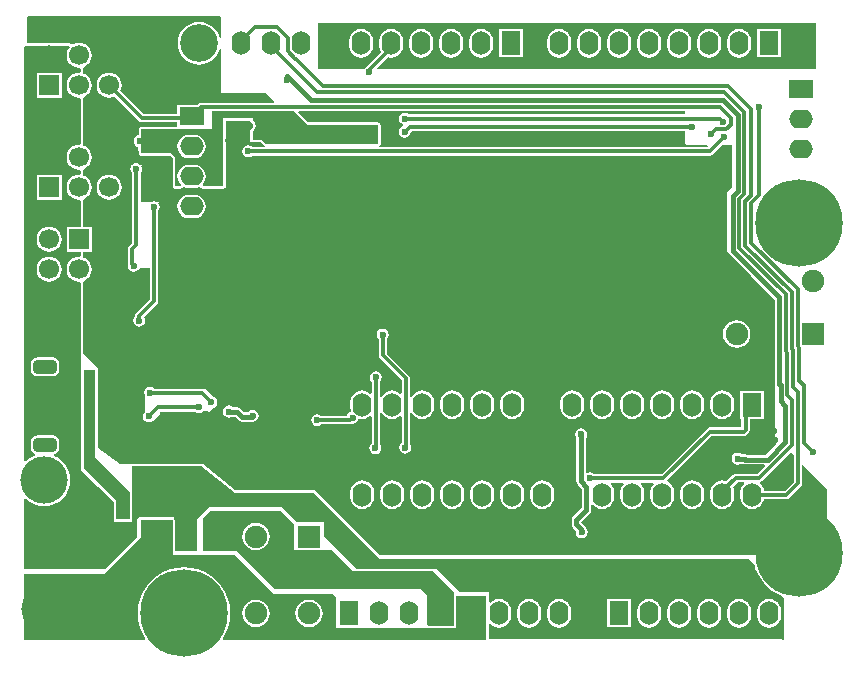
<source format=gbl>
G04*
G04 #@! TF.GenerationSoftware,Altium Limited,Altium Designer,19.0.15 (446)*
G04*
G04 Layer_Physical_Order=2*
G04 Layer_Color=16711680*
%FSLAX44Y44*%
%MOMM*%
G71*
G01*
G75*
%ADD12C,0.4000*%
%ADD17R,1.9000X1.9000*%
%ADD63R,1.9000X1.9000*%
%ADD64C,1.9000*%
%ADD70C,0.3000*%
%ADD71C,3.2000*%
%ADD72R,2.0000X1.6000*%
%ADD73O,2.0000X1.6000*%
G04:AMPARAMS|DCode=74|XSize=2mm|YSize=1.2mm|CornerRadius=0.36mm|HoleSize=0mm|Usage=FLASHONLY|Rotation=0.000|XOffset=0mm|YOffset=0mm|HoleType=Round|Shape=RoundedRectangle|*
%AMROUNDEDRECTD74*
21,1,2.0000,0.4800,0,0,0.0*
21,1,1.2800,1.2000,0,0,0.0*
1,1,0.7200,0.6400,-0.2400*
1,1,0.7200,-0.6400,-0.2400*
1,1,0.7200,-0.6400,0.2400*
1,1,0.7200,0.6400,0.2400*
%
%ADD74ROUNDEDRECTD74*%
%ADD75R,1.6000X2.0000*%
%ADD76O,1.6000X2.0000*%
%ADD77R,1.7000X1.7000*%
%ADD78C,1.7000*%
%ADD79C,7.4000*%
%ADD80C,4.0000*%
%ADD81C,0.6000*%
G36*
X170000Y531000D02*
X171000Y530586D01*
Y513067D01*
X169730Y512879D01*
X169110Y514922D01*
X167439Y518049D01*
X165189Y520789D01*
X162449Y523039D01*
X159322Y524710D01*
X155929Y525740D01*
X152400Y526087D01*
X148871Y525740D01*
X145478Y524710D01*
X142351Y523039D01*
X139611Y520789D01*
X137361Y518049D01*
X135690Y514922D01*
X134661Y511529D01*
X134313Y508000D01*
X134661Y504471D01*
X135690Y501078D01*
X137361Y497951D01*
X139611Y495210D01*
X142351Y492961D01*
X145478Y491290D01*
X148871Y490261D01*
X152400Y489913D01*
X155929Y490261D01*
X159322Y491290D01*
X162449Y492961D01*
X165189Y495210D01*
X167439Y497951D01*
X169110Y501078D01*
X169730Y503121D01*
X171000Y502933D01*
Y466000D01*
X209000D01*
X216048Y458952D01*
X215562Y457779D01*
X154210D01*
X152844Y457507D01*
X151687Y456734D01*
X150953Y456000D01*
X134000D01*
Y448181D01*
X105506D01*
X85715Y467972D01*
X86430Y469699D01*
X86791Y472440D01*
X86430Y475181D01*
X85372Y477735D01*
X83689Y479929D01*
X81495Y481612D01*
X78941Y482670D01*
X76200Y483031D01*
X73459Y482670D01*
X70905Y481612D01*
X68711Y479929D01*
X67028Y477735D01*
X65970Y475181D01*
X65609Y472440D01*
X65970Y469699D01*
X67028Y467145D01*
X68711Y464951D01*
X70905Y463268D01*
X73459Y462210D01*
X76200Y461849D01*
X78941Y462210D01*
X80668Y462925D01*
X101504Y442089D01*
X102662Y441316D01*
X104028Y441044D01*
X134000D01*
Y437194D01*
X103535Y437194D01*
X102755Y437039D01*
X102093Y436597D01*
X101651Y435935D01*
X101496Y435155D01*
Y430240D01*
X100049Y429952D01*
X98395Y428847D01*
X97290Y427193D01*
X96902Y425242D01*
X97290Y423291D01*
X98395Y421637D01*
X100049Y420532D01*
X100652Y420412D01*
X100560Y419949D01*
X100948Y417998D01*
X101496Y417178D01*
Y415000D01*
X101651Y414220D01*
X102093Y413558D01*
X102755Y413116D01*
X103535Y412961D01*
X128155Y412961D01*
X129961Y411155D01*
Y387000D01*
X130116Y386219D01*
X130558Y385558D01*
X131220Y385116D01*
X132000Y384961D01*
X136371D01*
X136503Y384987D01*
X136636Y384978D01*
X136889Y385064D01*
X137152Y385116D01*
X137263Y385190D01*
X137389Y385233D01*
X137591Y385409D01*
X137813Y385558D01*
X137888Y385669D01*
X137988Y385757D01*
X138629Y386226D01*
X139425Y386239D01*
X139585Y386205D01*
X141390Y385457D01*
X144000Y385114D01*
X148000D01*
X150611Y385457D01*
X152415Y386205D01*
X152574Y386239D01*
X153371Y386226D01*
X154012Y385757D01*
X154112Y385669D01*
X154186Y385558D01*
X154409Y385409D01*
X154611Y385233D01*
X154737Y385190D01*
X154848Y385116D01*
X155111Y385064D01*
X155364Y384978D01*
X155498Y384987D01*
X155628Y384961D01*
X173000Y384961D01*
X173780Y385116D01*
X174442Y385558D01*
X174884Y386219D01*
X175039Y387000D01*
X175039Y423487D01*
X175000Y423684D01*
Y423885D01*
X174923Y424070D01*
X174884Y424267D01*
X174772Y424434D01*
X174711Y424582D01*
X174477Y425758D01*
X174711Y426933D01*
X174772Y427081D01*
X174884Y427248D01*
X174923Y427445D01*
X175000Y427631D01*
Y427832D01*
X175039Y428029D01*
X175039Y442573D01*
X195631Y442573D01*
Y442454D01*
X195708Y442268D01*
X195747Y442071D01*
X195859Y441904D01*
X195935Y441719D01*
X196077Y441577D01*
X196189Y441410D01*
X196356Y441298D01*
X196498Y441156D01*
X197551Y440453D01*
X198205Y439473D01*
X198435Y438318D01*
X198205Y437163D01*
X197551Y436184D01*
X196498Y435480D01*
X196356Y435338D01*
X196189Y435227D01*
X196077Y435060D01*
X195935Y434917D01*
X195859Y434732D01*
X195747Y434565D01*
X195708Y434368D01*
X195631Y434182D01*
Y433982D01*
X195592Y433785D01*
Y426175D01*
X195747Y425395D01*
X196189Y424733D01*
X196851Y424291D01*
X197631Y424136D01*
X204980D01*
X207558Y421558D01*
X207894Y421333D01*
X207509Y420063D01*
X197838D01*
X197813Y420099D01*
X196160Y421205D01*
X194209Y421593D01*
X192258Y421205D01*
X190604Y420099D01*
X189499Y418446D01*
X189111Y416495D01*
X189499Y414544D01*
X190604Y412890D01*
X192258Y411785D01*
X194209Y411397D01*
X196160Y411785D01*
X197813Y412890D01*
X197838Y412926D01*
X585285D01*
X586651Y413198D01*
X587808Y413971D01*
X595537Y421700D01*
X603985D01*
Y386185D01*
X599100Y381300D01*
Y331725D01*
X639572Y290021D01*
Y219557D01*
X639572Y219557D01*
X639700Y218912D01*
X639700Y169481D01*
X640525D01*
X641011Y168308D01*
X632265Y159562D01*
X616180D01*
X616091Y159621D01*
X614530Y159932D01*
X614530Y159932D01*
X611836D01*
X610318Y160946D01*
X608367Y161334D01*
X606416Y160946D01*
X604762Y159841D01*
X603657Y158187D01*
X603269Y156236D01*
X603657Y154285D01*
X604762Y152631D01*
X606416Y151526D01*
X608367Y151138D01*
X610318Y151526D01*
X610691Y151775D01*
X613250D01*
X613339Y151715D01*
X614900Y151405D01*
X614900Y151405D01*
X630948D01*
X631434Y150232D01*
X624843Y143640D01*
X606785D01*
X605420Y143369D01*
X604262Y142595D01*
X598765Y137098D01*
X597860Y137473D01*
X595250Y137816D01*
X592640Y137473D01*
X590207Y136465D01*
X588118Y134862D01*
X586515Y132773D01*
X585507Y130340D01*
X585164Y127730D01*
Y123730D01*
X585507Y121119D01*
X586515Y118687D01*
X588118Y116598D01*
X590207Y114995D01*
X592640Y113987D01*
X595250Y113644D01*
X597860Y113987D01*
X600293Y114995D01*
X602382Y116598D01*
X603985Y118687D01*
X604993Y121119D01*
X605336Y123730D01*
Y127730D01*
X604993Y130340D01*
X604146Y132385D01*
X608263Y136503D01*
X613570D01*
X614001Y135233D01*
X613518Y134862D01*
X611915Y132773D01*
X610907Y130340D01*
X610564Y127730D01*
Y123730D01*
X610907Y121119D01*
X611915Y118687D01*
X613518Y116598D01*
X615607Y114995D01*
X618040Y113987D01*
X620650Y113644D01*
X623260Y113987D01*
X625693Y114995D01*
X627782Y116598D01*
X629385Y118687D01*
X630393Y121119D01*
X630530Y122161D01*
X649520D01*
X650885Y122433D01*
X652043Y123207D01*
X661763Y132926D01*
X662536Y134084D01*
X662808Y135450D01*
Y150533D01*
X663981Y151019D01*
X684000Y131000D01*
Y103200D01*
X655500Y74700D01*
X305800Y74700D01*
X250500Y130000D01*
X182888Y130000D01*
X155628Y152000D01*
X154315D01*
X154117Y152039D01*
X95871Y152039D01*
X95674Y152000D01*
X85000D01*
X67000Y165731D01*
Y233000D01*
X54039Y245961D01*
Y305204D01*
X54026Y305271D01*
X54035Y305338D01*
X53949Y305659D01*
X53884Y305985D01*
X54580Y306708D01*
X54820Y306900D01*
X56095Y307428D01*
X58289Y309111D01*
X59972Y311305D01*
X61030Y313859D01*
X61391Y316600D01*
X61030Y319341D01*
X59972Y321895D01*
X58289Y324089D01*
X56095Y325772D01*
X54820Y326300D01*
X54580Y326492D01*
X53884Y327215D01*
X53949Y327541D01*
X54035Y327862D01*
X54026Y327929D01*
X54039Y327996D01*
Y331500D01*
X61300D01*
Y352500D01*
X54039D01*
Y374684D01*
X54026Y374751D01*
X54035Y374818D01*
X53949Y375139D01*
X53884Y375465D01*
X54580Y376188D01*
X54820Y376380D01*
X56095Y376908D01*
X58289Y378591D01*
X59972Y380785D01*
X61030Y383339D01*
X61391Y386080D01*
X61030Y388821D01*
X59972Y391375D01*
X58289Y393569D01*
X56095Y395252D01*
X54820Y395780D01*
X54580Y395972D01*
X53884Y396695D01*
X53949Y397021D01*
X54035Y397342D01*
X54026Y397409D01*
X54039Y397476D01*
Y400084D01*
X54026Y400151D01*
X54035Y400218D01*
X53949Y400539D01*
X53884Y400865D01*
X54580Y401588D01*
X54820Y401780D01*
X56095Y402308D01*
X58289Y403991D01*
X59972Y406185D01*
X61030Y408739D01*
X61391Y411480D01*
X61030Y414221D01*
X59972Y416775D01*
X58289Y418969D01*
X56095Y420652D01*
X54820Y421180D01*
X54580Y421372D01*
X53884Y422095D01*
X53949Y422421D01*
X54035Y422742D01*
X54026Y422809D01*
X54039Y422876D01*
Y461044D01*
X54026Y461111D01*
X54035Y461178D01*
X53949Y461499D01*
X53884Y461825D01*
X54580Y462548D01*
X54820Y462740D01*
X56095Y463268D01*
X58289Y464951D01*
X59972Y467145D01*
X61030Y469699D01*
X61391Y472440D01*
X61030Y475181D01*
X59972Y477735D01*
X58289Y479929D01*
X56095Y481612D01*
X54820Y482140D01*
X54580Y482332D01*
X53884Y483055D01*
X53949Y483381D01*
X54035Y483702D01*
X54026Y483769D01*
X54039Y483836D01*
Y486444D01*
X54026Y486511D01*
X54035Y486578D01*
X53949Y486899D01*
X53884Y487225D01*
X54580Y487948D01*
X54820Y488140D01*
X56095Y488668D01*
X58289Y490351D01*
X59972Y492545D01*
X61030Y495099D01*
X61391Y497840D01*
X61030Y500581D01*
X59972Y503135D01*
X58289Y505329D01*
X56095Y507012D01*
X53541Y508070D01*
X50800Y508431D01*
X48059Y508070D01*
X45505Y507012D01*
X45489Y507000D01*
X43979D01*
X43852Y507165D01*
X43668Y507442D01*
X43611Y507480D01*
X43570Y507533D01*
X43282Y507699D01*
X43006Y507884D01*
X42940Y507897D01*
X42881Y507931D01*
X42552Y507974D01*
X42226Y508039D01*
X28215D01*
X28141Y508070D01*
X25400Y508431D01*
X22659Y508070D01*
X22585Y508039D01*
X7000D01*
Y530000D01*
X7414Y531000D01*
X170000D01*
D02*
G37*
G36*
X674300Y486001D02*
X303670Y486000D01*
X303184Y487173D01*
X312292Y496281D01*
X312349Y496257D01*
X314960Y495914D01*
X317570Y496257D01*
X320003Y497265D01*
X322092Y498868D01*
X323695Y500957D01*
X324703Y503390D01*
X325046Y506000D01*
Y510000D01*
X324703Y512611D01*
X323695Y515043D01*
X322092Y517132D01*
X320003Y518735D01*
X317570Y519743D01*
X314960Y520086D01*
X312349Y519743D01*
X309917Y518735D01*
X307828Y517132D01*
X306225Y515043D01*
X305217Y512611D01*
X304874Y510000D01*
Y506000D01*
X305217Y503390D01*
X306225Y500957D01*
X306507Y500590D01*
X293880Y487964D01*
X292595Y487105D01*
X291857Y486000D01*
X253000Y486000D01*
Y525000D01*
X674300Y525001D01*
Y486001D01*
D02*
G37*
G36*
X42226Y506000D02*
X42852Y504730D01*
X41628Y503135D01*
X40570Y500581D01*
X40209Y497840D01*
X40570Y495099D01*
X41628Y492545D01*
X43311Y490351D01*
X45505Y488668D01*
X48059Y487610D01*
X50800Y487249D01*
X51045Y487282D01*
X52000Y486444D01*
Y483836D01*
X51045Y482998D01*
X50800Y483031D01*
X48059Y482670D01*
X45505Y481612D01*
X43311Y479929D01*
X41628Y477735D01*
X40570Y475181D01*
X40209Y472440D01*
X40570Y469699D01*
X41628Y467145D01*
X43311Y464951D01*
X45505Y463268D01*
X48059Y462210D01*
X50800Y461849D01*
X51045Y461882D01*
X52000Y461044D01*
Y422876D01*
X51045Y422038D01*
X50800Y422071D01*
X48059Y421710D01*
X45505Y420652D01*
X43311Y418969D01*
X41628Y416775D01*
X40570Y414221D01*
X40209Y411480D01*
X40570Y408739D01*
X41628Y406185D01*
X43311Y403991D01*
X45505Y402308D01*
X48059Y401250D01*
X50800Y400889D01*
X51045Y400922D01*
X52000Y400084D01*
Y397476D01*
X51045Y396638D01*
X50800Y396671D01*
X48059Y396310D01*
X45505Y395252D01*
X43311Y393569D01*
X41628Y391375D01*
X40570Y388821D01*
X40209Y386080D01*
X40570Y383339D01*
X41628Y380785D01*
X43311Y378591D01*
X45505Y376908D01*
X48059Y375850D01*
X50800Y375489D01*
X51045Y375522D01*
X52000Y374684D01*
Y352500D01*
X40300D01*
Y331500D01*
X52000D01*
Y327996D01*
X51045Y327158D01*
X50800Y327191D01*
X48059Y326830D01*
X45505Y325772D01*
X43311Y324089D01*
X41628Y321895D01*
X40570Y319341D01*
X40209Y316600D01*
X40570Y313859D01*
X41628Y311305D01*
X43311Y309111D01*
X45505Y307428D01*
X48059Y306370D01*
X50800Y306009D01*
X51045Y306042D01*
X52000Y305204D01*
Y146000D01*
X80000Y119936D01*
Y103000D01*
X96000D01*
Y119936D01*
X95654Y120282D01*
X95871Y120499D01*
Y150000D01*
X154117Y150000D01*
X182929Y127000D01*
X250026Y127000D01*
X305826Y71200D01*
X617450D01*
X622769Y65881D01*
X623000Y64920D01*
X623000Y63000D01*
X624117Y61882D01*
X625543Y58440D01*
X628751Y53205D01*
X632738Y48538D01*
X637406Y44551D01*
X642640Y41343D01*
X646083Y39917D01*
X648000Y38000D01*
Y3399D01*
X646827Y2913D01*
X645739Y4000D01*
X398000D01*
Y15945D01*
X399203Y16353D01*
X399268Y16268D01*
X401357Y14665D01*
X403789Y13657D01*
X406400Y13314D01*
X409011Y13657D01*
X411443Y14665D01*
X413532Y16268D01*
X415135Y18357D01*
X416143Y20789D01*
X416486Y23400D01*
Y27400D01*
X416143Y30010D01*
X415135Y32443D01*
X413532Y34532D01*
X411443Y36135D01*
X409011Y37143D01*
X406400Y37486D01*
X403789Y37143D01*
X401357Y36135D01*
X399268Y34532D01*
X399203Y34447D01*
X398000Y34855D01*
Y43160D01*
X372879D01*
X354000Y62606D01*
X351197D01*
X350780Y62884D01*
X350000Y63039D01*
X285961D01*
X258000Y91000D01*
Y103000D01*
X235000Y103000D01*
X223000Y115000D01*
X161000Y115000D01*
X151000Y105000D01*
Y78000D01*
X132694D01*
X132039Y78655D01*
Y104000D01*
X131884Y104780D01*
X131442Y105442D01*
X131000Y105737D01*
Y107000D01*
X102190D01*
X100000Y104810D01*
X100000Y90194D01*
X72411Y62605D01*
X4414Y62605D01*
Y122172D01*
X5195Y122452D01*
X5684Y122529D01*
X8951Y119848D01*
X12773Y117805D01*
X16920Y116547D01*
X21233Y116122D01*
X25545Y116547D01*
X29693Y117805D01*
X33514Y119848D01*
X36864Y122597D01*
X39614Y125947D01*
X41656Y129769D01*
X42915Y133916D01*
X43339Y138228D01*
X42915Y142541D01*
X41656Y146688D01*
X39614Y150510D01*
X36864Y153860D01*
X33514Y156609D01*
X29693Y158652D01*
X29292Y158774D01*
X29356Y160081D01*
X30580Y160325D01*
X32432Y161563D01*
X33670Y163415D01*
X34105Y165600D01*
Y170400D01*
X33670Y172585D01*
X32432Y174437D01*
X30580Y175675D01*
X28395Y176110D01*
X15595D01*
X13410Y175675D01*
X11558Y174437D01*
X10320Y172585D01*
X9885Y170400D01*
Y165600D01*
X10320Y163415D01*
X11558Y161563D01*
X13410Y160325D01*
X13714Y160265D01*
X13778Y158957D01*
X12773Y158652D01*
X8951Y156609D01*
X5684Y153928D01*
X5195Y154005D01*
X4414Y154285D01*
X4414Y504973D01*
X5442Y506000D01*
X42226Y506000D01*
D02*
G37*
G36*
X564000Y447743D02*
X330210Y447743D01*
X330193Y447769D01*
X328539Y448874D01*
X326588Y449262D01*
X324637Y448874D01*
X322983Y447769D01*
X321878Y446115D01*
X321490Y444164D01*
X321878Y442213D01*
X322983Y440559D01*
X324637Y439454D01*
X325407Y439301D01*
Y438006D01*
X324581Y437842D01*
X322927Y436736D01*
X321822Y435083D01*
X321434Y433132D01*
X321822Y431181D01*
X322927Y429527D01*
X324581Y428422D01*
X326532Y428034D01*
X328483Y428422D01*
X330137Y429527D01*
X331242Y431181D01*
X331630Y433132D01*
X332594Y433831D01*
X564000D01*
Y423063D01*
X565363Y421700D01*
X582706D01*
X583354Y420430D01*
X583087Y420063D01*
X305491D01*
X305106Y421333D01*
X305442Y421558D01*
X305884Y422220D01*
X306039Y423000D01*
Y434000D01*
Y439000D01*
X305884Y439780D01*
X305442Y440442D01*
X304780Y440884D01*
X304000Y441039D01*
X244845D01*
X236415Y449468D01*
X236901Y450642D01*
X296887D01*
X298148Y450892D01*
X564000D01*
Y447743D01*
D02*
G37*
G36*
X244000Y439000D02*
X304000D01*
Y434000D01*
Y423000D01*
X209000D01*
X205825Y426175D01*
X197631D01*
Y433785D01*
X199021Y434713D01*
X200126Y436367D01*
X200514Y438318D01*
X200126Y440269D01*
X199021Y441923D01*
X197631Y442852D01*
Y444613D01*
X173000Y444613D01*
X173000Y428029D01*
X172786Y427709D01*
X172398Y425758D01*
X172786Y423807D01*
X173000Y423487D01*
X173000Y387000D01*
X155628Y387000D01*
X155287Y388270D01*
X156735Y390157D01*
X157743Y392590D01*
X158086Y395200D01*
X157743Y397811D01*
X156735Y400243D01*
X155132Y402332D01*
X153043Y403935D01*
X150611Y404943D01*
X148000Y405286D01*
X144000D01*
X141390Y404943D01*
X138957Y403935D01*
X136868Y402332D01*
X135265Y400243D01*
X134257Y397811D01*
X133914Y395200D01*
X134257Y392590D01*
X135265Y390157D01*
X136713Y388270D01*
X136371Y387000D01*
X132000D01*
Y412000D01*
X129000Y415000D01*
X103535Y415000D01*
Y435155D01*
X163000Y435155D01*
Y450642D01*
X231642D01*
X231642Y450642D01*
X232358D01*
X244000Y439000D01*
D02*
G37*
G36*
X655671Y159329D02*
Y136928D01*
X648042Y129299D01*
X630530D01*
X630393Y130340D01*
X629385Y132773D01*
X627782Y134862D01*
X627123Y135368D01*
X627440Y136726D01*
X627687Y136775D01*
X628844Y137548D01*
X653148Y161852D01*
X655671Y159329D01*
D02*
G37*
G36*
X64000Y158000D02*
X93832Y128168D01*
Y121156D01*
X93770Y121062D01*
X93615Y120282D01*
X93770Y119502D01*
X93961Y119216D01*
Y105490D01*
X92691Y105226D01*
X92643Y105274D01*
X82039D01*
Y119936D01*
X82032Y119972D01*
X82038Y120009D01*
X82000Y120169D01*
Y121000D01*
X54600Y148400D01*
Y230002D01*
X54600Y231000D01*
X55622Y231600D01*
X64000D01*
Y158000D01*
D02*
G37*
G36*
X233000Y101000D02*
Y79000D01*
X233914D01*
Y78794D01*
X256914D01*
Y79000D01*
X265000D01*
X283000Y61000D01*
X350000D01*
X368000Y43000D01*
Y40197D01*
X367961Y40000D01*
Y15039D01*
X345961D01*
X345000Y16000D01*
Y41000D01*
X340145Y45855D01*
X216855D01*
X184710Y78000D01*
X155274D01*
Y105274D01*
X162000Y112000D01*
X222000D01*
X233000Y101000D01*
D02*
G37*
G36*
X130000Y75000D02*
X183000D01*
X216000Y42000D01*
X265000D01*
X268000Y39000D01*
Y13000D01*
X371000D01*
X370000Y14000D01*
Y40000D01*
X395000D01*
Y3000D01*
X173013D01*
X172393Y4108D01*
X174557Y7640D01*
X176906Y13311D01*
X178339Y19280D01*
X178821Y25400D01*
X178339Y31520D01*
X176906Y37489D01*
X174557Y43160D01*
X171349Y48394D01*
X167362Y53062D01*
X162694Y57049D01*
X157460Y60257D01*
X151789Y62606D01*
X145820Y64039D01*
X139700Y64521D01*
X133580Y64039D01*
X127611Y62606D01*
X121940Y60257D01*
X116706Y57049D01*
X112038Y53062D01*
X108051Y48394D01*
X104843Y43160D01*
X102494Y37489D01*
X101061Y31520D01*
X100579Y25400D01*
X101061Y19280D01*
X102494Y13311D01*
X104843Y7640D01*
X107007Y4108D01*
X106387Y3000D01*
X4414D01*
X4000Y4000D01*
Y59000D01*
X71690D01*
X103000Y90310D01*
Y104000D01*
X130000D01*
Y75000D01*
D02*
G37*
%LPC*%
G36*
X76200Y396671D02*
X73459Y396310D01*
X70905Y395252D01*
X68711Y393569D01*
X67028Y391375D01*
X65970Y388821D01*
X65609Y386080D01*
X65970Y383339D01*
X67028Y380785D01*
X68711Y378591D01*
X70905Y376908D01*
X73459Y375850D01*
X76200Y375489D01*
X78941Y375850D01*
X81495Y376908D01*
X83689Y378591D01*
X85372Y380785D01*
X86430Y383339D01*
X86791Y386080D01*
X86430Y388821D01*
X85372Y391375D01*
X83689Y393569D01*
X81495Y395252D01*
X78941Y396310D01*
X76200Y396671D01*
D02*
G37*
G36*
X148000Y379886D02*
X144000D01*
X141390Y379543D01*
X138957Y378535D01*
X136868Y376932D01*
X135265Y374843D01*
X134257Y372411D01*
X133914Y369800D01*
X134257Y367190D01*
X135265Y364757D01*
X136868Y362668D01*
X138957Y361065D01*
X141390Y360057D01*
X144000Y359714D01*
X148000D01*
X150611Y360057D01*
X153043Y361065D01*
X155132Y362668D01*
X156735Y364757D01*
X157743Y367190D01*
X158086Y369800D01*
X157743Y372411D01*
X156735Y374843D01*
X155132Y376932D01*
X153043Y378535D01*
X150611Y379543D01*
X148000Y379886D01*
D02*
G37*
G36*
X99078Y406609D02*
X97127Y406221D01*
X95587Y405192D01*
X95473Y405116D01*
X95141Y404961D01*
X94023Y404961D01*
X94379Y404604D01*
X94830Y404153D01*
X94368Y403462D01*
X93980Y401511D01*
X94368Y399561D01*
X95473Y397907D01*
X95510Y397882D01*
Y338473D01*
X92324Y335287D01*
Y333892D01*
X92303Y333788D01*
Y321382D01*
X91936Y319536D01*
X92324Y317585D01*
X93429Y315931D01*
X95083Y314826D01*
X97034Y314438D01*
X98984Y314826D01*
X100638Y315931D01*
X102292Y317585D01*
X110438D01*
Y291047D01*
X99167Y279775D01*
X98393Y278618D01*
X98121Y277252D01*
Y276807D01*
X97972Y276707D01*
X96867Y275053D01*
X96478Y273102D01*
X96867Y271151D01*
X97972Y269498D01*
X99626Y268392D01*
X101576Y268004D01*
X103527Y268392D01*
X105181Y269498D01*
X106286Y271151D01*
X106674Y273102D01*
X106286Y275053D01*
X105586Y276101D01*
X117304Y287819D01*
Y288203D01*
X117576Y289569D01*
Y365601D01*
X117612Y365625D01*
X118717Y367279D01*
X119105Y369230D01*
X118717Y371181D01*
X117725Y372665D01*
X119000Y373940D01*
X115958D01*
X114007Y374328D01*
X112056Y373940D01*
X103000D01*
Y398381D01*
X103788Y399561D01*
X104176Y401511D01*
X103788Y403462D01*
X103561Y403803D01*
X104093Y404956D01*
X104134Y404961D01*
X102909Y405079D01*
X102683Y405116D01*
X101926Y405622D01*
X101029Y406221D01*
X99078Y406609D01*
D02*
G37*
G36*
X607536Y273433D02*
X604534Y273038D01*
X601736Y271879D01*
X599334Y270036D01*
X597491Y267634D01*
X596332Y264836D01*
X595937Y261834D01*
X596332Y258832D01*
X597491Y256035D01*
X599334Y253632D01*
X601736Y251789D01*
X604534Y250630D01*
X607536Y250235D01*
X610538Y250630D01*
X613335Y251789D01*
X615738Y253632D01*
X617581Y256035D01*
X618740Y258832D01*
X619135Y261834D01*
X618740Y264836D01*
X617581Y267634D01*
X615738Y270036D01*
X613335Y271879D01*
X610538Y273038D01*
X607536Y273433D01*
D02*
G37*
G36*
X307867Y266378D02*
X305916Y265989D01*
X304262Y264884D01*
X303157Y263230D01*
X302769Y261280D01*
X303157Y259329D01*
X304262Y257675D01*
X304298Y257651D01*
Y243666D01*
X304570Y242301D01*
X305344Y241143D01*
X323781Y222705D01*
Y212024D01*
X322511Y211423D01*
X320893Y212665D01*
X318461Y213673D01*
X315850Y214016D01*
X313239Y213673D01*
X310807Y212665D01*
X308718Y211062D01*
X307115Y208973D01*
X306789Y208185D01*
X305519Y208438D01*
Y221357D01*
X305631Y221432D01*
X306736Y223086D01*
X307124Y225037D01*
X306736Y226988D01*
X305631Y228642D01*
X303977Y229747D01*
X302026Y230135D01*
X300075Y229747D01*
X298421Y228642D01*
X297316Y226988D01*
X296928Y225037D01*
X297316Y223086D01*
X298381Y221492D01*
Y212024D01*
X297111Y211423D01*
X295493Y212665D01*
X293060Y213673D01*
X290450Y214016D01*
X287840Y213673D01*
X285407Y212665D01*
X283318Y211062D01*
X281715Y208973D01*
X280707Y206541D01*
X280364Y203930D01*
Y199930D01*
X280707Y197320D01*
X280941Y196756D01*
X280364Y195676D01*
X278710Y194571D01*
X277605Y192917D01*
X277510Y192442D01*
X256047D01*
X256023Y192478D01*
X254369Y193583D01*
X252418Y193971D01*
X250467Y193583D01*
X248813Y192478D01*
X247708Y190824D01*
X247320Y188873D01*
X247708Y186922D01*
X248813Y185268D01*
X250467Y184163D01*
X252418Y183775D01*
X254369Y184163D01*
X256023Y185268D01*
X256047Y185305D01*
X279923D01*
X281288Y185576D01*
X281860Y185958D01*
X282315Y185868D01*
X284265Y186256D01*
X285919Y187361D01*
X287024Y189015D01*
X287188Y189839D01*
X287840Y190187D01*
X290450Y189844D01*
X293060Y190187D01*
X295493Y191195D01*
X297111Y192437D01*
X298381Y191836D01*
Y169051D01*
X298009Y168802D01*
X296904Y167148D01*
X296516Y165197D01*
X296904Y163246D01*
X298009Y161593D01*
X299663Y160487D01*
X301614Y160099D01*
X303565Y160487D01*
X305219Y161593D01*
X306324Y163246D01*
X306712Y165197D01*
X306324Y167148D01*
X305519Y168354D01*
Y195422D01*
X306789Y195675D01*
X307115Y194887D01*
X308718Y192798D01*
X310807Y191195D01*
X313239Y190187D01*
X315850Y189844D01*
X318461Y190187D01*
X320893Y191195D01*
X322511Y192437D01*
X323781Y191836D01*
Y169697D01*
X323241Y169336D01*
X322136Y167682D01*
X321748Y165731D01*
X322136Y163780D01*
X323241Y162126D01*
X324895Y161021D01*
X326846Y160633D01*
X328797Y161021D01*
X330451Y162126D01*
X331556Y163780D01*
X331944Y165731D01*
X331556Y167682D01*
X330919Y168636D01*
Y195422D01*
X332188Y195675D01*
X332515Y194887D01*
X334118Y192798D01*
X336207Y191195D01*
X338639Y190187D01*
X341250Y189844D01*
X343861Y190187D01*
X346293Y191195D01*
X348382Y192798D01*
X349985Y194887D01*
X350993Y197320D01*
X351336Y199930D01*
Y203930D01*
X350993Y206541D01*
X349985Y208973D01*
X348382Y211062D01*
X346293Y212665D01*
X343861Y213673D01*
X341250Y214016D01*
X338639Y213673D01*
X336207Y212665D01*
X334118Y211062D01*
X332515Y208973D01*
X332188Y208185D01*
X330919Y208438D01*
Y224184D01*
X330647Y225549D01*
X329873Y226707D01*
X311436Y245145D01*
Y257651D01*
X311472Y257675D01*
X312577Y259329D01*
X312965Y261280D01*
X312577Y263230D01*
X311472Y264884D01*
X309818Y265989D01*
X307867Y266378D01*
D02*
G37*
G36*
X110979Y217215D02*
X109028Y216827D01*
X107374Y215722D01*
X106269Y214068D01*
X105881Y212117D01*
X106269Y210166D01*
Y195480D01*
X105277Y193995D01*
X104889Y192044D01*
X105277Y190093D01*
X106382Y188439D01*
X108036Y187334D01*
X109987Y186946D01*
X111938Y187334D01*
X113592Y188439D01*
X114697Y190093D01*
X119069Y194466D01*
Y196080D01*
X148999D01*
X150267Y195233D01*
X152218Y194844D01*
X154169Y195233D01*
X155822Y196338D01*
X160085D01*
X161000Y195422D01*
X164744Y199166D01*
X166367Y200250D01*
X167451Y201874D01*
X167472Y201894D01*
Y201904D01*
X167860Y203855D01*
X167472Y205806D01*
X166367Y207460D01*
X164713Y208565D01*
X157864Y215414D01*
X155866D01*
X154500Y215686D01*
X114608D01*
X114584Y215722D01*
X112930Y216827D01*
X110979Y217215D01*
D02*
G37*
G36*
X595250Y214016D02*
X592640Y213673D01*
X590207Y212665D01*
X588118Y211062D01*
X586515Y208973D01*
X585507Y206541D01*
X585164Y203930D01*
Y199930D01*
X585507Y197320D01*
X586515Y194887D01*
X588118Y192798D01*
X590207Y191195D01*
X592640Y190187D01*
X595250Y189844D01*
X597860Y190187D01*
X600293Y191195D01*
X602382Y192798D01*
X603985Y194887D01*
X604993Y197320D01*
X605336Y199930D01*
Y203930D01*
X604993Y206541D01*
X603985Y208973D01*
X602382Y211062D01*
X600293Y212665D01*
X597860Y213673D01*
X595250Y214016D01*
D02*
G37*
G36*
X569850D02*
X567239Y213673D01*
X564807Y212665D01*
X562718Y211062D01*
X561115Y208973D01*
X560107Y206541D01*
X559764Y203930D01*
Y199930D01*
X560107Y197320D01*
X561115Y194887D01*
X562718Y192798D01*
X564807Y191195D01*
X567239Y190187D01*
X569850Y189844D01*
X572461Y190187D01*
X574893Y191195D01*
X576982Y192798D01*
X578585Y194887D01*
X579593Y197320D01*
X579936Y199930D01*
Y203930D01*
X579593Y206541D01*
X578585Y208973D01*
X576982Y211062D01*
X574893Y212665D01*
X572461Y213673D01*
X569850Y214016D01*
D02*
G37*
G36*
X544450D02*
X541839Y213673D01*
X539407Y212665D01*
X537318Y211062D01*
X535715Y208973D01*
X534707Y206541D01*
X534364Y203930D01*
Y199930D01*
X534707Y197320D01*
X535715Y194887D01*
X537318Y192798D01*
X539407Y191195D01*
X541839Y190187D01*
X544450Y189844D01*
X547061Y190187D01*
X549493Y191195D01*
X551582Y192798D01*
X553185Y194887D01*
X554193Y197320D01*
X554536Y199930D01*
Y203930D01*
X554193Y206541D01*
X553185Y208973D01*
X551582Y211062D01*
X549493Y212665D01*
X547061Y213673D01*
X544450Y214016D01*
D02*
G37*
G36*
X519050D02*
X516440Y213673D01*
X514007Y212665D01*
X511918Y211062D01*
X510315Y208973D01*
X509307Y206541D01*
X508964Y203930D01*
Y199930D01*
X509307Y197320D01*
X510315Y194887D01*
X511918Y192798D01*
X514007Y191195D01*
X516440Y190187D01*
X519050Y189844D01*
X521660Y190187D01*
X524093Y191195D01*
X526182Y192798D01*
X527785Y194887D01*
X528793Y197320D01*
X529136Y199930D01*
Y203930D01*
X528793Y206541D01*
X527785Y208973D01*
X526182Y211062D01*
X524093Y212665D01*
X521660Y213673D01*
X519050Y214016D01*
D02*
G37*
G36*
X493650D02*
X491040Y213673D01*
X488607Y212665D01*
X486518Y211062D01*
X484915Y208973D01*
X483907Y206541D01*
X483564Y203930D01*
Y199930D01*
X483907Y197320D01*
X484915Y194887D01*
X486518Y192798D01*
X488607Y191195D01*
X491040Y190187D01*
X493650Y189844D01*
X496260Y190187D01*
X498693Y191195D01*
X500782Y192798D01*
X502385Y194887D01*
X503393Y197320D01*
X503736Y199930D01*
Y203930D01*
X503393Y206541D01*
X502385Y208973D01*
X500782Y211062D01*
X498693Y212665D01*
X496260Y213673D01*
X493650Y214016D01*
D02*
G37*
G36*
X468250D02*
X465639Y213673D01*
X463207Y212665D01*
X461118Y211062D01*
X459515Y208973D01*
X458507Y206541D01*
X458164Y203930D01*
Y199930D01*
X458507Y197320D01*
X459515Y194887D01*
X461118Y192798D01*
X463207Y191195D01*
X465639Y190187D01*
X468250Y189844D01*
X470860Y190187D01*
X473293Y191195D01*
X475382Y192798D01*
X476985Y194887D01*
X477993Y197320D01*
X478336Y199930D01*
Y203930D01*
X477993Y206541D01*
X476985Y208973D01*
X475382Y211062D01*
X473293Y212665D01*
X470860Y213673D01*
X468250Y214016D01*
D02*
G37*
G36*
X417450D02*
X414840Y213673D01*
X412407Y212665D01*
X410318Y211062D01*
X408715Y208973D01*
X407707Y206541D01*
X407364Y203930D01*
Y199930D01*
X407707Y197320D01*
X408715Y194887D01*
X410318Y192798D01*
X412407Y191195D01*
X414840Y190187D01*
X417450Y189844D01*
X420061Y190187D01*
X422493Y191195D01*
X424582Y192798D01*
X426185Y194887D01*
X427193Y197320D01*
X427536Y199930D01*
Y203930D01*
X427193Y206541D01*
X426185Y208973D01*
X424582Y211062D01*
X422493Y212665D01*
X420061Y213673D01*
X417450Y214016D01*
D02*
G37*
G36*
X392050D02*
X389440Y213673D01*
X387007Y212665D01*
X384918Y211062D01*
X383315Y208973D01*
X382307Y206541D01*
X381964Y203930D01*
Y199930D01*
X382307Y197320D01*
X383315Y194887D01*
X384918Y192798D01*
X387007Y191195D01*
X389440Y190187D01*
X392050Y189844D01*
X394660Y190187D01*
X397093Y191195D01*
X399182Y192798D01*
X400785Y194887D01*
X401793Y197320D01*
X402136Y199930D01*
Y203930D01*
X401793Y206541D01*
X400785Y208973D01*
X399182Y211062D01*
X397093Y212665D01*
X394660Y213673D01*
X392050Y214016D01*
D02*
G37*
G36*
X366650D02*
X364039Y213673D01*
X361607Y212665D01*
X359518Y211062D01*
X357915Y208973D01*
X356907Y206541D01*
X356564Y203930D01*
Y199930D01*
X356907Y197320D01*
X357915Y194887D01*
X359518Y192798D01*
X361607Y191195D01*
X364039Y190187D01*
X366650Y189844D01*
X369260Y190187D01*
X371693Y191195D01*
X373782Y192798D01*
X375385Y194887D01*
X376393Y197320D01*
X376736Y199930D01*
Y203930D01*
X376393Y206541D01*
X375385Y208973D01*
X373782Y211062D01*
X371693Y212665D01*
X369260Y213673D01*
X366650Y214016D01*
D02*
G37*
G36*
X177696Y201315D02*
X175745Y200927D01*
X174091Y199822D01*
X172986Y198168D01*
X172598Y196217D01*
X172986Y194266D01*
X174091Y192612D01*
X175745Y191507D01*
X177696Y191119D01*
X179647Y191507D01*
X180019Y191756D01*
X183021D01*
X185823Y188955D01*
X185823Y188955D01*
X187146Y188070D01*
X188706Y187760D01*
X195773D01*
X197669Y187383D01*
X199620Y187771D01*
X201273Y188876D01*
X202379Y190530D01*
X202767Y192481D01*
X202379Y194432D01*
X201273Y196086D01*
X199620Y197191D01*
X197669Y197579D01*
X195718Y197191D01*
X194064Y196086D01*
X193951Y195917D01*
X190396D01*
X187594Y198718D01*
X186271Y199602D01*
X184710Y199913D01*
X184710Y199913D01*
X181165D01*
X179647Y200927D01*
X177696Y201315D01*
D02*
G37*
G36*
X630650Y213930D02*
X610650D01*
Y189930D01*
X611510D01*
Y182689D01*
X584960D01*
X583594Y182417D01*
X582436Y181644D01*
X543961Y143168D01*
X487028D01*
X487004Y143204D01*
X485350Y144310D01*
X483399Y144698D01*
X481448Y144310D01*
X481098Y144076D01*
X479978Y144675D01*
Y173904D01*
X480610Y174849D01*
X480998Y176800D01*
X480610Y178751D01*
X479505Y180405D01*
X477851Y181510D01*
X475900Y181898D01*
X473949Y181510D01*
X472295Y180405D01*
X471190Y178751D01*
X470802Y176800D01*
X471190Y174849D01*
X471822Y173904D01*
Y137051D01*
X471822Y137051D01*
X472132Y135490D01*
X473016Y134167D01*
X476172Y131011D01*
Y114725D01*
X468970Y107523D01*
X468086Y106200D01*
X467775Y104640D01*
X467775Y104640D01*
Y100893D01*
X467775Y100893D01*
X468086Y99332D01*
X468970Y98009D01*
X471595Y95384D01*
X471307Y93939D01*
X471695Y91988D01*
X472800Y90334D01*
X474454Y89229D01*
X476405Y88841D01*
X478356Y89229D01*
X480010Y90334D01*
X481115Y91988D01*
X481503Y93939D01*
X481115Y95890D01*
X480010Y97544D01*
X479927Y97599D01*
X479790Y98285D01*
X478906Y99608D01*
X478906Y99608D01*
X475932Y102582D01*
Y102950D01*
X483134Y110152D01*
X483134Y110152D01*
X484018Y111475D01*
X484328Y113036D01*
Y117365D01*
X485598Y117796D01*
X486518Y116598D01*
X488607Y114995D01*
X491040Y113987D01*
X493650Y113644D01*
X496260Y113987D01*
X498693Y114995D01*
X500782Y116598D01*
X502385Y118687D01*
X503393Y121119D01*
X503736Y123730D01*
Y127730D01*
X503393Y130340D01*
X502385Y132773D01*
X500859Y134761D01*
X501006Y135521D01*
X501179Y136031D01*
X511521D01*
X511694Y135521D01*
X511841Y134761D01*
X510315Y132773D01*
X509307Y130340D01*
X508964Y127730D01*
Y123730D01*
X509307Y121119D01*
X510315Y118687D01*
X511918Y116598D01*
X514007Y114995D01*
X516440Y113987D01*
X519050Y113644D01*
X521660Y113987D01*
X524093Y114995D01*
X526182Y116598D01*
X527785Y118687D01*
X528793Y121119D01*
X529136Y123730D01*
Y127730D01*
X528793Y130340D01*
X527785Y132773D01*
X526259Y134761D01*
X526406Y135521D01*
X526579Y136031D01*
X536921D01*
X537094Y135521D01*
X537240Y134761D01*
X535715Y132773D01*
X534707Y130340D01*
X534364Y127730D01*
Y123730D01*
X534707Y121119D01*
X535715Y118687D01*
X537318Y116598D01*
X539407Y114995D01*
X541839Y113987D01*
X544450Y113644D01*
X547061Y113987D01*
X549493Y114995D01*
X551582Y116598D01*
X553185Y118687D01*
X554193Y121119D01*
X554536Y123730D01*
Y127730D01*
X554193Y130340D01*
X553185Y132773D01*
X551582Y134862D01*
X549493Y136465D01*
X549035Y136655D01*
X548787Y137901D01*
X586438Y175552D01*
X613321D01*
X614687Y175823D01*
X615845Y176597D01*
X617602Y178354D01*
X618376Y179512D01*
X618647Y180878D01*
Y189930D01*
X630650D01*
Y213930D01*
D02*
G37*
G36*
X468250Y129808D02*
X466181D01*
X464620Y129498D01*
X463297Y128614D01*
X462413Y127291D01*
X462103Y125730D01*
X462413Y124169D01*
X463297Y122846D01*
X464620Y121962D01*
X466181Y121652D01*
X468250D01*
X469811Y121962D01*
X471134Y122846D01*
X472018Y124169D01*
X472328Y125730D01*
X472018Y127291D01*
X471134Y128614D01*
X469811Y129498D01*
X468250Y129808D01*
D02*
G37*
G36*
X569850Y137816D02*
X567239Y137473D01*
X564807Y136465D01*
X562718Y134862D01*
X561115Y132773D01*
X560107Y130340D01*
X559764Y127730D01*
Y123730D01*
X560107Y121119D01*
X561115Y118687D01*
X562718Y116598D01*
X564807Y114995D01*
X567239Y113987D01*
X569850Y113644D01*
X572461Y113987D01*
X574893Y114995D01*
X576982Y116598D01*
X578585Y118687D01*
X579593Y121119D01*
X579936Y123730D01*
Y127730D01*
X579593Y130340D01*
X578585Y132773D01*
X576982Y134862D01*
X574893Y136465D01*
X572461Y137473D01*
X569850Y137816D01*
D02*
G37*
G36*
X442850D02*
X440239Y137473D01*
X437807Y136465D01*
X435718Y134862D01*
X434115Y132773D01*
X433107Y130340D01*
X432764Y127730D01*
Y123730D01*
X433107Y121119D01*
X434115Y118687D01*
X435718Y116598D01*
X437807Y114995D01*
X440239Y113987D01*
X442850Y113644D01*
X445461Y113987D01*
X447893Y114995D01*
X449982Y116598D01*
X451585Y118687D01*
X452593Y121119D01*
X452936Y123730D01*
Y127730D01*
X452593Y130340D01*
X451585Y132773D01*
X449982Y134862D01*
X447893Y136465D01*
X445461Y137473D01*
X442850Y137816D01*
D02*
G37*
G36*
X417450D02*
X414840Y137473D01*
X412407Y136465D01*
X410318Y134862D01*
X408715Y132773D01*
X407707Y130340D01*
X407364Y127730D01*
Y123730D01*
X407707Y121119D01*
X408715Y118687D01*
X410318Y116598D01*
X412407Y114995D01*
X414840Y113987D01*
X417450Y113644D01*
X420061Y113987D01*
X422493Y114995D01*
X424582Y116598D01*
X426185Y118687D01*
X427193Y121119D01*
X427536Y123730D01*
Y127730D01*
X427193Y130340D01*
X426185Y132773D01*
X424582Y134862D01*
X422493Y136465D01*
X420061Y137473D01*
X417450Y137816D01*
D02*
G37*
G36*
X392050D02*
X389440Y137473D01*
X387007Y136465D01*
X384918Y134862D01*
X383315Y132773D01*
X382307Y130340D01*
X381964Y127730D01*
Y123730D01*
X382307Y121119D01*
X383315Y118687D01*
X384918Y116598D01*
X387007Y114995D01*
X389440Y113987D01*
X392050Y113644D01*
X394660Y113987D01*
X397093Y114995D01*
X399182Y116598D01*
X400785Y118687D01*
X401793Y121119D01*
X402136Y123730D01*
Y127730D01*
X401793Y130340D01*
X400785Y132773D01*
X399182Y134862D01*
X397093Y136465D01*
X394660Y137473D01*
X392050Y137816D01*
D02*
G37*
G36*
X366650D02*
X364039Y137473D01*
X361607Y136465D01*
X359518Y134862D01*
X357915Y132773D01*
X356907Y130340D01*
X356564Y127730D01*
Y123730D01*
X356907Y121119D01*
X357915Y118687D01*
X359518Y116598D01*
X361607Y114995D01*
X364039Y113987D01*
X366650Y113644D01*
X369260Y113987D01*
X371693Y114995D01*
X373782Y116598D01*
X375385Y118687D01*
X376393Y121119D01*
X376736Y123730D01*
Y127730D01*
X376393Y130340D01*
X375385Y132773D01*
X373782Y134862D01*
X371693Y136465D01*
X369260Y137473D01*
X366650Y137816D01*
D02*
G37*
G36*
X341250D02*
X338639Y137473D01*
X336207Y136465D01*
X334118Y134862D01*
X332515Y132773D01*
X331507Y130340D01*
X331164Y127730D01*
Y123730D01*
X331507Y121119D01*
X332515Y118687D01*
X334118Y116598D01*
X336207Y114995D01*
X338639Y113987D01*
X341250Y113644D01*
X343861Y113987D01*
X346293Y114995D01*
X348382Y116598D01*
X349985Y118687D01*
X350993Y121119D01*
X351336Y123730D01*
Y127730D01*
X350993Y130340D01*
X349985Y132773D01*
X348382Y134862D01*
X346293Y136465D01*
X343861Y137473D01*
X341250Y137816D01*
D02*
G37*
G36*
X315850D02*
X313239Y137473D01*
X310807Y136465D01*
X308718Y134862D01*
X307115Y132773D01*
X306107Y130340D01*
X305764Y127730D01*
Y123730D01*
X306107Y121119D01*
X307115Y118687D01*
X308718Y116598D01*
X310807Y114995D01*
X313239Y113987D01*
X315850Y113644D01*
X318461Y113987D01*
X320893Y114995D01*
X322982Y116598D01*
X324585Y118687D01*
X325593Y121119D01*
X325936Y123730D01*
Y127730D01*
X325593Y130340D01*
X324585Y132773D01*
X322982Y134862D01*
X320893Y136465D01*
X318461Y137473D01*
X315850Y137816D01*
D02*
G37*
G36*
X290450D02*
X287840Y137473D01*
X285407Y136465D01*
X283318Y134862D01*
X281715Y132773D01*
X280707Y130340D01*
X280364Y127730D01*
Y123730D01*
X280707Y121119D01*
X281715Y118687D01*
X283318Y116598D01*
X285407Y114995D01*
X287840Y113987D01*
X290450Y113644D01*
X293060Y113987D01*
X295493Y114995D01*
X297582Y116598D01*
X299185Y118687D01*
X300193Y121119D01*
X300536Y123730D01*
Y127730D01*
X300193Y130340D01*
X299185Y132773D01*
X297582Y134862D01*
X295493Y136465D01*
X293060Y137473D01*
X290450Y137816D01*
D02*
G37*
G36*
X645000Y520000D02*
X625000D01*
Y496000D01*
X645000D01*
Y520000D01*
D02*
G37*
G36*
X426560D02*
X406560D01*
Y496000D01*
X426560D01*
Y520000D01*
D02*
G37*
G36*
X609600Y520086D02*
X606990Y519743D01*
X604557Y518735D01*
X602468Y517132D01*
X600865Y515043D01*
X599857Y512611D01*
X599514Y510000D01*
Y506000D01*
X599857Y503390D01*
X600865Y500957D01*
X602468Y498868D01*
X604557Y497265D01*
X606990Y496257D01*
X609600Y495914D01*
X612211Y496257D01*
X614643Y497265D01*
X616732Y498868D01*
X618335Y500957D01*
X619343Y503390D01*
X619686Y506000D01*
Y510000D01*
X619343Y512611D01*
X618335Y515043D01*
X616732Y517132D01*
X614643Y518735D01*
X612211Y519743D01*
X609600Y520086D01*
D02*
G37*
G36*
X584200D02*
X581590Y519743D01*
X579157Y518735D01*
X577068Y517132D01*
X575465Y515043D01*
X574457Y512611D01*
X574114Y510000D01*
Y506000D01*
X574457Y503390D01*
X575465Y500957D01*
X577068Y498868D01*
X579157Y497265D01*
X581590Y496257D01*
X584200Y495914D01*
X586810Y496257D01*
X589243Y497265D01*
X591332Y498868D01*
X592935Y500957D01*
X593943Y503390D01*
X594286Y506000D01*
Y510000D01*
X593943Y512611D01*
X592935Y515043D01*
X591332Y517132D01*
X589243Y518735D01*
X586810Y519743D01*
X584200Y520086D01*
D02*
G37*
G36*
X558800D02*
X556189Y519743D01*
X553757Y518735D01*
X551668Y517132D01*
X550065Y515043D01*
X549057Y512611D01*
X548714Y510000D01*
Y506000D01*
X549057Y503390D01*
X550065Y500957D01*
X551668Y498868D01*
X553757Y497265D01*
X556189Y496257D01*
X558800Y495914D01*
X561410Y496257D01*
X563843Y497265D01*
X565932Y498868D01*
X567535Y500957D01*
X568543Y503390D01*
X568886Y506000D01*
Y510000D01*
X568543Y512611D01*
X567535Y515043D01*
X565932Y517132D01*
X563843Y518735D01*
X561410Y519743D01*
X558800Y520086D01*
D02*
G37*
G36*
X533400D02*
X530789Y519743D01*
X528357Y518735D01*
X526268Y517132D01*
X524665Y515043D01*
X523657Y512611D01*
X523314Y510000D01*
Y506000D01*
X523657Y503390D01*
X524665Y500957D01*
X526268Y498868D01*
X528357Y497265D01*
X530789Y496257D01*
X533400Y495914D01*
X536011Y496257D01*
X538443Y497265D01*
X540532Y498868D01*
X542135Y500957D01*
X543143Y503390D01*
X543486Y506000D01*
Y510000D01*
X543143Y512611D01*
X542135Y515043D01*
X540532Y517132D01*
X538443Y518735D01*
X536011Y519743D01*
X533400Y520086D01*
D02*
G37*
G36*
X508000D02*
X505390Y519743D01*
X502957Y518735D01*
X500868Y517132D01*
X499265Y515043D01*
X498257Y512611D01*
X497914Y510000D01*
Y506000D01*
X498257Y503390D01*
X499265Y500957D01*
X500868Y498868D01*
X502957Y497265D01*
X505390Y496257D01*
X508000Y495914D01*
X510611Y496257D01*
X513043Y497265D01*
X515132Y498868D01*
X516735Y500957D01*
X517743Y503390D01*
X518086Y506000D01*
Y510000D01*
X517743Y512611D01*
X516735Y515043D01*
X515132Y517132D01*
X513043Y518735D01*
X510611Y519743D01*
X508000Y520086D01*
D02*
G37*
G36*
X482600D02*
X479990Y519743D01*
X477557Y518735D01*
X475468Y517132D01*
X473865Y515043D01*
X472857Y512611D01*
X472514Y510000D01*
Y506000D01*
X472857Y503390D01*
X473865Y500957D01*
X475468Y498868D01*
X477557Y497265D01*
X479990Y496257D01*
X482600Y495914D01*
X485210Y496257D01*
X487643Y497265D01*
X489732Y498868D01*
X491335Y500957D01*
X492343Y503390D01*
X492686Y506000D01*
Y510000D01*
X492343Y512611D01*
X491335Y515043D01*
X489732Y517132D01*
X487643Y518735D01*
X485210Y519743D01*
X482600Y520086D01*
D02*
G37*
G36*
X457200D02*
X454590Y519743D01*
X452157Y518735D01*
X450068Y517132D01*
X448465Y515043D01*
X447457Y512611D01*
X447114Y510000D01*
Y506000D01*
X447457Y503390D01*
X448465Y500957D01*
X450068Y498868D01*
X452157Y497265D01*
X454590Y496257D01*
X457200Y495914D01*
X459810Y496257D01*
X462243Y497265D01*
X464332Y498868D01*
X465935Y500957D01*
X466943Y503390D01*
X467286Y506000D01*
Y510000D01*
X466943Y512611D01*
X465935Y515043D01*
X464332Y517132D01*
X462243Y518735D01*
X459810Y519743D01*
X457200Y520086D01*
D02*
G37*
G36*
X391160D02*
X388549Y519743D01*
X386117Y518735D01*
X384028Y517132D01*
X382425Y515043D01*
X381417Y512611D01*
X381074Y510000D01*
Y506000D01*
X381417Y503390D01*
X382425Y500957D01*
X384028Y498868D01*
X386117Y497265D01*
X388549Y496257D01*
X391160Y495914D01*
X393770Y496257D01*
X396203Y497265D01*
X398292Y498868D01*
X399895Y500957D01*
X400903Y503390D01*
X401246Y506000D01*
Y510000D01*
X400903Y512611D01*
X399895Y515043D01*
X398292Y517132D01*
X396203Y518735D01*
X393770Y519743D01*
X391160Y520086D01*
D02*
G37*
G36*
X365760D02*
X363149Y519743D01*
X360717Y518735D01*
X358628Y517132D01*
X357025Y515043D01*
X356017Y512611D01*
X355674Y510000D01*
Y506000D01*
X356017Y503390D01*
X357025Y500957D01*
X358628Y498868D01*
X360717Y497265D01*
X363149Y496257D01*
X365760Y495914D01*
X368371Y496257D01*
X370803Y497265D01*
X372892Y498868D01*
X374495Y500957D01*
X375503Y503390D01*
X375846Y506000D01*
Y510000D01*
X375503Y512611D01*
X374495Y515043D01*
X372892Y517132D01*
X370803Y518735D01*
X368371Y519743D01*
X365760Y520086D01*
D02*
G37*
G36*
X340360D02*
X337749Y519743D01*
X335317Y518735D01*
X333228Y517132D01*
X331625Y515043D01*
X330617Y512611D01*
X330274Y510000D01*
Y506000D01*
X330617Y503390D01*
X331625Y500957D01*
X333228Y498868D01*
X335317Y497265D01*
X337749Y496257D01*
X340360Y495914D01*
X342971Y496257D01*
X345403Y497265D01*
X347492Y498868D01*
X349095Y500957D01*
X350103Y503390D01*
X350446Y506000D01*
Y510000D01*
X350103Y512611D01*
X349095Y515043D01*
X347492Y517132D01*
X345403Y518735D01*
X342971Y519743D01*
X340360Y520086D01*
D02*
G37*
G36*
X289560D02*
X286950Y519743D01*
X284517Y518735D01*
X282428Y517132D01*
X280825Y515043D01*
X279817Y512611D01*
X279474Y510000D01*
Y506000D01*
X279817Y503390D01*
X280825Y500957D01*
X282428Y498868D01*
X284517Y497265D01*
X286950Y496257D01*
X289560Y495914D01*
X292171Y496257D01*
X294603Y497265D01*
X296692Y498868D01*
X298295Y500957D01*
X299303Y503390D01*
X299646Y506000D01*
Y510000D01*
X299303Y512611D01*
X298295Y515043D01*
X296692Y517132D01*
X294603Y518735D01*
X292171Y519743D01*
X289560Y520086D01*
D02*
G37*
G36*
X35900Y482940D02*
X14900D01*
Y461940D01*
X35900D01*
Y482940D01*
D02*
G37*
G36*
Y396580D02*
X14900D01*
Y375580D01*
X35900D01*
Y396580D01*
D02*
G37*
G36*
X25400Y352591D02*
X22659Y352230D01*
X20105Y351172D01*
X17911Y349489D01*
X16228Y347295D01*
X15170Y344741D01*
X14809Y342000D01*
X15170Y339259D01*
X16228Y336705D01*
X17911Y334511D01*
X20105Y332828D01*
X22659Y331770D01*
X25400Y331409D01*
X28141Y331770D01*
X30695Y332828D01*
X32889Y334511D01*
X34572Y336705D01*
X35630Y339259D01*
X35991Y342000D01*
X35630Y344741D01*
X34572Y347295D01*
X32889Y349489D01*
X30695Y351172D01*
X28141Y352230D01*
X25400Y352591D01*
D02*
G37*
G36*
Y327191D02*
X22659Y326830D01*
X20105Y325772D01*
X17911Y324089D01*
X16228Y321895D01*
X15170Y319341D01*
X14809Y316600D01*
X15170Y313859D01*
X16228Y311305D01*
X17911Y309111D01*
X20105Y307428D01*
X22659Y306370D01*
X25400Y306009D01*
X28141Y306370D01*
X30695Y307428D01*
X32889Y309111D01*
X34572Y311305D01*
X35630Y313859D01*
X35991Y316600D01*
X35630Y319341D01*
X34572Y321895D01*
X32889Y324089D01*
X30695Y325772D01*
X28141Y326830D01*
X25400Y327191D01*
D02*
G37*
G36*
X28395Y242110D02*
X15595D01*
X13410Y241675D01*
X11558Y240437D01*
X10320Y238585D01*
X9885Y236400D01*
Y231600D01*
X10320Y229415D01*
X11558Y227563D01*
X13410Y226325D01*
X15595Y225890D01*
X28395D01*
X30580Y226325D01*
X32432Y227563D01*
X33670Y229415D01*
X34105Y231600D01*
Y236400D01*
X33670Y238585D01*
X32432Y240437D01*
X30580Y241675D01*
X28395Y242110D01*
D02*
G37*
G36*
X518000Y37400D02*
X498000D01*
Y13400D01*
X518000D01*
Y37400D01*
D02*
G37*
G36*
X635000Y37486D02*
X632389Y37143D01*
X629957Y36135D01*
X627868Y34532D01*
X626265Y32443D01*
X625257Y30010D01*
X624914Y27400D01*
Y23400D01*
X625257Y20789D01*
X626265Y18357D01*
X627868Y16268D01*
X629957Y14665D01*
X632389Y13657D01*
X635000Y13314D01*
X637611Y13657D01*
X640043Y14665D01*
X642132Y16268D01*
X643735Y18357D01*
X644743Y20789D01*
X645086Y23400D01*
Y27400D01*
X644743Y30010D01*
X643735Y32443D01*
X642132Y34532D01*
X640043Y36135D01*
X637611Y37143D01*
X635000Y37486D01*
D02*
G37*
G36*
X609600D02*
X606990Y37143D01*
X604557Y36135D01*
X602468Y34532D01*
X600865Y32443D01*
X599857Y30010D01*
X599514Y27400D01*
Y23400D01*
X599857Y20789D01*
X600865Y18357D01*
X602468Y16268D01*
X604557Y14665D01*
X606990Y13657D01*
X609600Y13314D01*
X612211Y13657D01*
X614643Y14665D01*
X616732Y16268D01*
X618335Y18357D01*
X619343Y20789D01*
X619686Y23400D01*
Y27400D01*
X619343Y30010D01*
X618335Y32443D01*
X616732Y34532D01*
X614643Y36135D01*
X612211Y37143D01*
X609600Y37486D01*
D02*
G37*
G36*
X584200D02*
X581590Y37143D01*
X579157Y36135D01*
X577068Y34532D01*
X575465Y32443D01*
X574457Y30010D01*
X574114Y27400D01*
Y23400D01*
X574457Y20789D01*
X575465Y18357D01*
X577068Y16268D01*
X579157Y14665D01*
X581590Y13657D01*
X584200Y13314D01*
X586810Y13657D01*
X589243Y14665D01*
X591332Y16268D01*
X592935Y18357D01*
X593943Y20789D01*
X594286Y23400D01*
Y27400D01*
X593943Y30010D01*
X592935Y32443D01*
X591332Y34532D01*
X589243Y36135D01*
X586810Y37143D01*
X584200Y37486D01*
D02*
G37*
G36*
X558800D02*
X556189Y37143D01*
X553757Y36135D01*
X551668Y34532D01*
X550065Y32443D01*
X549057Y30010D01*
X548714Y27400D01*
Y23400D01*
X549057Y20789D01*
X550065Y18357D01*
X551668Y16268D01*
X553757Y14665D01*
X556189Y13657D01*
X558800Y13314D01*
X561410Y13657D01*
X563843Y14665D01*
X565932Y16268D01*
X567535Y18357D01*
X568543Y20789D01*
X568886Y23400D01*
Y27400D01*
X568543Y30010D01*
X567535Y32443D01*
X565932Y34532D01*
X563843Y36135D01*
X561410Y37143D01*
X558800Y37486D01*
D02*
G37*
G36*
X533400D02*
X530789Y37143D01*
X528357Y36135D01*
X526268Y34532D01*
X524665Y32443D01*
X523657Y30010D01*
X523314Y27400D01*
Y23400D01*
X523657Y20789D01*
X524665Y18357D01*
X526268Y16268D01*
X528357Y14665D01*
X530789Y13657D01*
X533400Y13314D01*
X536011Y13657D01*
X538443Y14665D01*
X540532Y16268D01*
X542135Y18357D01*
X543143Y20789D01*
X543486Y23400D01*
Y27400D01*
X543143Y30010D01*
X542135Y32443D01*
X540532Y34532D01*
X538443Y36135D01*
X536011Y37143D01*
X533400Y37486D01*
D02*
G37*
G36*
X457200D02*
X454590Y37143D01*
X452157Y36135D01*
X450068Y34532D01*
X448465Y32443D01*
X447457Y30010D01*
X447114Y27400D01*
Y23400D01*
X447457Y20789D01*
X448465Y18357D01*
X450068Y16268D01*
X452157Y14665D01*
X454590Y13657D01*
X457200Y13314D01*
X459810Y13657D01*
X462243Y14665D01*
X464332Y16268D01*
X465935Y18357D01*
X466943Y20789D01*
X467286Y23400D01*
Y27400D01*
X466943Y30010D01*
X465935Y32443D01*
X464332Y34532D01*
X462243Y36135D01*
X459810Y37143D01*
X457200Y37486D01*
D02*
G37*
G36*
X431800D02*
X429189Y37143D01*
X426757Y36135D01*
X424668Y34532D01*
X423065Y32443D01*
X422057Y30010D01*
X421714Y27400D01*
Y23400D01*
X422057Y20789D01*
X423065Y18357D01*
X424668Y16268D01*
X426757Y14665D01*
X429189Y13657D01*
X431800Y13314D01*
X434411Y13657D01*
X436843Y14665D01*
X438932Y16268D01*
X440535Y18357D01*
X441543Y20789D01*
X441886Y23400D01*
Y27400D01*
X441543Y30010D01*
X440535Y32443D01*
X438932Y34532D01*
X436843Y36135D01*
X434411Y37143D01*
X431800Y37486D01*
D02*
G37*
G36*
X148000Y430686D02*
X144000D01*
X141390Y430343D01*
X138957Y429335D01*
X136868Y427732D01*
X135265Y425643D01*
X134257Y423211D01*
X133914Y420600D01*
X134257Y417990D01*
X135265Y415557D01*
X136868Y413468D01*
X138957Y411865D01*
X141390Y410858D01*
X144000Y410514D01*
X148000D01*
X150611Y410858D01*
X153043Y411865D01*
X155132Y413468D01*
X156735Y415557D01*
X157743Y417990D01*
X158086Y420600D01*
X157743Y423211D01*
X156735Y425643D01*
X155132Y427732D01*
X153043Y429335D01*
X150611Y430343D01*
X148000Y430686D01*
D02*
G37*
G36*
X200414Y101893D02*
X197412Y101498D01*
X194614Y100339D01*
X192212Y98496D01*
X190369Y96093D01*
X189210Y93296D01*
X188815Y90294D01*
X189210Y87291D01*
X190369Y84494D01*
X192212Y82092D01*
X194614Y80248D01*
X197412Y79090D01*
X200414Y78694D01*
X203416Y79090D01*
X206214Y80248D01*
X208616Y82092D01*
X210459Y84494D01*
X211618Y87291D01*
X212013Y90294D01*
X211618Y93296D01*
X210459Y96093D01*
X208616Y98496D01*
X206214Y100339D01*
X203416Y101498D01*
X200414Y101893D01*
D02*
G37*
G36*
X245414Y36893D02*
X242412Y36498D01*
X239614Y35339D01*
X237212Y33496D01*
X235369Y31093D01*
X234210Y28296D01*
X233815Y25294D01*
X234210Y22292D01*
X235369Y19494D01*
X237212Y17092D01*
X239614Y15248D01*
X242412Y14090D01*
X245414Y13694D01*
X248416Y14090D01*
X251214Y15248D01*
X253616Y17092D01*
X255459Y19494D01*
X256618Y22292D01*
X257013Y25294D01*
X256618Y28296D01*
X255459Y31093D01*
X253616Y33496D01*
X251214Y35339D01*
X248416Y36498D01*
X245414Y36893D01*
D02*
G37*
G36*
X200414D02*
X197412Y36498D01*
X194614Y35339D01*
X192212Y33496D01*
X190369Y31093D01*
X189210Y28296D01*
X188815Y25294D01*
X189210Y22292D01*
X190369Y19494D01*
X192212Y17092D01*
X194614Y15248D01*
X197412Y14090D01*
X200414Y13694D01*
X203416Y14090D01*
X206214Y15248D01*
X208616Y17092D01*
X210459Y19494D01*
X211618Y22292D01*
X212013Y25294D01*
X211618Y28296D01*
X210459Y31093D01*
X208616Y33496D01*
X206214Y35339D01*
X203416Y36498D01*
X200414Y36893D01*
D02*
G37*
%LPD*%
D12*
X247039Y459961D02*
X595789D01*
X226700Y480300D02*
X247039Y459961D01*
X480250Y113036D02*
Y132701D01*
X475900Y137051D02*
X480250Y132701D01*
X475900Y137051D02*
Y176800D01*
X595789Y459961D02*
X608500Y447251D01*
Y382896D02*
Y447251D01*
X604400Y378796D02*
X608500Y382896D01*
X604400Y332404D02*
X643650Y293154D01*
Y219557D02*
Y293154D01*
X604400Y332404D02*
Y378796D01*
X633955Y155483D02*
X648739Y170268D01*
X643650Y219557D02*
X644650Y218557D01*
X648739Y170268D02*
Y200781D01*
X644650Y204870D02*
X648739Y200781D01*
X644650Y204870D02*
Y218557D01*
X466181Y125730D02*
X468250D01*
X614530Y155853D02*
X614900Y155483D01*
X608750Y155853D02*
X614530D01*
X608367Y156236D02*
X608750Y155853D01*
X614900Y155483D02*
X633955D01*
X471853Y100893D02*
X476022Y96724D01*
Y94321D02*
Y96724D01*
Y94321D02*
X476405Y93939D01*
X471853Y100893D02*
Y104640D01*
X480250Y113036D01*
X197026Y191838D02*
X197669Y192481D01*
X188706Y191838D02*
X197026D01*
X184710Y195835D02*
X188706Y191838D01*
X178078Y195835D02*
X184710D01*
X177696Y196217D02*
X178078Y195835D01*
D17*
X245414Y90294D02*
D03*
D63*
X672536Y261834D02*
D03*
D64*
X200414Y90294D02*
D03*
Y25294D02*
D03*
X245414D02*
D03*
X672536Y306834D02*
D03*
X607536D02*
D03*
Y261834D02*
D03*
D70*
X585285Y416495D02*
X597017Y428227D01*
X194209Y416495D02*
X585285D01*
X589862Y435040D02*
X598862D01*
X586000Y431178D02*
X589862Y435040D01*
X330800Y437400D02*
X569300D01*
X326532Y433132D02*
X330800Y437400D01*
X297138Y454461D02*
X593289D01*
X252581Y466779D02*
X596750D01*
X257221Y471779D02*
X600221D01*
X296200Y483500D02*
Y485236D01*
X315998Y505034D01*
X545439Y139600D02*
X584960Y179120D01*
X483399Y139600D02*
X545439D01*
X234500Y494500D02*
X257221Y471779D01*
X600221D02*
X619349Y452651D01*
X213360Y506000D02*
X252581Y466779D01*
X596750D02*
X614000Y449529D01*
X296887Y454210D02*
X297138Y454461D01*
X593289D02*
X603000Y444750D01*
X154210Y454210D02*
X296887D01*
X146000Y446000D02*
X154210Y454210D01*
X603000Y439178D02*
Y444750D01*
X598862Y435040D02*
X603000Y439178D01*
X307867Y243666D02*
Y261280D01*
X619900Y338824D02*
X659150Y299574D01*
Y251270D02*
Y299574D01*
X614900Y336753D02*
X654150Y297503D01*
Y249199D02*
Y297503D01*
X609900Y334682D02*
X649150Y295432D01*
Y247128D02*
Y295432D01*
X609900Y334682D02*
Y376518D01*
X614900Y336753D02*
Y374447D01*
X619900Y338824D02*
Y372376D01*
X650150Y209850D02*
Y246128D01*
X659239Y135450D02*
Y213148D01*
X626321Y140072D02*
X654239Y167990D01*
X655150Y217238D02*
X659239Y213148D01*
X650150Y209850D02*
X654239Y205761D01*
Y167990D02*
Y205761D01*
X649520Y125730D02*
X659239Y135450D01*
X649150Y247128D02*
X650150Y246128D01*
X659150Y251270D02*
X660150Y250270D01*
X655150Y217238D02*
Y248199D01*
X654150Y249199D02*
X655150Y248199D01*
X620650Y125730D02*
X649520D01*
X109987Y192044D02*
X117591Y199648D01*
X151924D01*
X152218Y199942D01*
X660150Y222428D02*
X664239Y218338D01*
X660150Y222428D02*
Y250270D01*
X664239Y169481D02*
Y218338D01*
X619349Y378896D02*
Y452651D01*
X227260Y501237D02*
Y512363D01*
X218123Y521500D02*
X227260Y512363D01*
X233997Y494500D02*
X234500D01*
X199460Y521500D02*
X218123D01*
X227260Y501237D02*
X233997Y494500D01*
X606785Y140072D02*
X626321D01*
X664239Y169481D02*
X671932Y161788D01*
X619900Y372376D02*
X626703Y379179D01*
X614900Y374447D02*
X619349Y378896D01*
X609900Y376518D02*
X614000Y380618D01*
Y449529D01*
X626703Y379179D02*
Y454461D01*
X595250Y128537D02*
X606785Y140072D01*
X615079Y180878D02*
Y196359D01*
X613321Y179120D02*
X615079Y180878D01*
X584960Y179120D02*
X613321D01*
X615079Y196359D02*
X620650Y201930D01*
X144612Y444613D02*
X146000Y446000D01*
X315998Y505034D02*
Y506962D01*
X307867Y243666D02*
X327350Y224184D01*
Y166235D02*
Y224184D01*
X326846Y165731D02*
X327350Y166235D01*
X595250Y125730D02*
Y128537D01*
X99078Y336995D02*
Y401511D01*
X95871Y333788D02*
X99078Y336995D01*
X95871Y320698D02*
X97034Y319536D01*
X95871Y320698D02*
Y333788D01*
X114007Y289569D02*
Y369230D01*
X101690Y277252D02*
X114007Y289569D01*
X101576Y273102D02*
X101690Y273216D01*
Y277252D01*
X282015Y190966D02*
X282315D01*
X279923Y188873D02*
X282015Y190966D01*
X252418Y188873D02*
X279923D01*
X154500Y212117D02*
X162762Y203855D01*
X110979Y212117D02*
X154500D01*
X314960Y508000D02*
X315998Y506962D01*
X104028Y444613D02*
X144612D01*
X76200Y472440D02*
X104028Y444613D01*
X593535Y444175D02*
X596170Y441540D01*
X581140Y444175D02*
X593535D01*
X326599Y444175D02*
X328403D01*
X581140Y444175D01*
X326588Y444164D02*
X326599Y444175D01*
X213360Y506000D02*
Y508000D01*
X187960Y510000D02*
X199460Y521500D01*
X187960Y508000D02*
Y510000D01*
X301950Y224961D02*
X302026Y225037D01*
X301950Y165533D02*
Y224961D01*
X301614Y165197D02*
X301950Y165533D01*
D71*
X152400Y508000D02*
D03*
D72*
X662000Y469000D02*
D03*
X146000Y446000D02*
D03*
D73*
X662000Y443600D02*
D03*
Y418200D02*
D03*
X146000Y369800D02*
D03*
Y395200D02*
D03*
Y420600D02*
D03*
D74*
X21995Y168000D02*
D03*
Y234000D02*
D03*
D75*
X116200Y88000D02*
D03*
X416560Y508000D02*
D03*
X635000D02*
D03*
X508000Y25400D02*
D03*
X279400D02*
D03*
X620650Y201930D02*
D03*
D76*
X141600Y88000D02*
D03*
X167000D02*
D03*
X187960Y508000D02*
D03*
X213360D02*
D03*
X238760D02*
D03*
X264160D02*
D03*
X289560D02*
D03*
X314960D02*
D03*
X340360D02*
D03*
X365760D02*
D03*
X391160D02*
D03*
X609600D02*
D03*
X584200D02*
D03*
X558800D02*
D03*
X533400D02*
D03*
X508000D02*
D03*
X482600D02*
D03*
X457200D02*
D03*
X635000Y25400D02*
D03*
X609600D02*
D03*
X584200D02*
D03*
X558800D02*
D03*
X533400D02*
D03*
X304800D02*
D03*
X330200D02*
D03*
X355600D02*
D03*
X381000D02*
D03*
X406400D02*
D03*
X431800D02*
D03*
X457200D02*
D03*
X595250Y201930D02*
D03*
X569850D02*
D03*
X544450D02*
D03*
X519050D02*
D03*
X493650D02*
D03*
X468250D02*
D03*
X442850D02*
D03*
X417450D02*
D03*
X392050D02*
D03*
X366650D02*
D03*
X341250D02*
D03*
X315850D02*
D03*
X290450D02*
D03*
X620650Y125730D02*
D03*
X595250D02*
D03*
X569850D02*
D03*
X544450D02*
D03*
X519050D02*
D03*
X493650D02*
D03*
X468250D02*
D03*
X442850D02*
D03*
X417450D02*
D03*
X392050D02*
D03*
X366650D02*
D03*
X341250D02*
D03*
X315850D02*
D03*
X290450D02*
D03*
D77*
X50800Y342000D02*
D03*
X25400Y386080D02*
D03*
Y472440D02*
D03*
D78*
Y342000D02*
D03*
X50800Y316600D02*
D03*
X25400D02*
D03*
X76200Y411480D02*
D03*
X50800D02*
D03*
X25400D02*
D03*
X76200Y386080D02*
D03*
X50800D02*
D03*
X76200Y497840D02*
D03*
X50800D02*
D03*
X25400D02*
D03*
X76200Y472440D02*
D03*
X50800D02*
D03*
D79*
X660400Y76200D02*
D03*
X139700Y25400D02*
D03*
X660400Y355600D02*
D03*
D80*
X21539Y28626D02*
D03*
X21233Y138228D02*
D03*
D81*
X365214Y78374D02*
D03*
X395100Y83600D02*
D03*
X401800Y81800D02*
D03*
X49207Y522907D02*
D03*
X226704Y476767D02*
D03*
X480720Y251421D02*
D03*
X586000Y431178D02*
D03*
X569300Y437400D02*
D03*
X296200Y483500D02*
D03*
X363500Y389000D02*
D03*
X363600Y398200D02*
D03*
X356500D02*
D03*
X357000Y389600D02*
D03*
X483399Y139600D02*
D03*
X475900Y176800D02*
D03*
X307867Y261280D02*
D03*
X616000Y65000D02*
D03*
X593387Y404138D02*
D03*
X457600Y87500D02*
D03*
X397718Y106602D02*
D03*
X394974Y77241D02*
D03*
X327700Y67200D02*
D03*
X307000Y88617D02*
D03*
X105658Y419949D02*
D03*
X102000Y425242D02*
D03*
X192000Y152000D02*
D03*
X176131Y146000D02*
D03*
X457000Y43000D02*
D03*
X46000Y260000D02*
D03*
X63000Y451000D02*
D03*
X109625Y425242D02*
D03*
X109987Y192044D02*
D03*
X639882Y172000D02*
D03*
X449000Y97000D02*
D03*
X239000Y138421D02*
D03*
X677000Y127291D02*
D03*
X74256Y248153D02*
D03*
X163000Y410000D02*
D03*
X216000Y102000D02*
D03*
X360000Y491000D02*
D03*
X438000Y52000D02*
D03*
X319900Y67300D02*
D03*
X213000Y157000D02*
D03*
X118000Y74000D02*
D03*
X639047Y179667D02*
D03*
X150000Y140000D02*
D03*
X9388Y285889D02*
D03*
X272794Y251308D02*
D03*
X177496Y425758D02*
D03*
X195416Y438318D02*
D03*
X126183Y177942D02*
D03*
X76089Y292042D02*
D03*
X194209Y416495D02*
D03*
X99078Y401511D02*
D03*
X447156Y218854D02*
D03*
X395551Y252256D02*
D03*
X104983Y248939D02*
D03*
X134586Y226234D02*
D03*
X149721Y271642D02*
D03*
X176131Y211835D02*
D03*
X199039Y211481D02*
D03*
X237680Y202520D02*
D03*
X220949Y252927D02*
D03*
X183843Y287901D02*
D03*
X219225Y343652D02*
D03*
X272853Y353850D02*
D03*
X75771Y224483D02*
D03*
X75725Y181505D02*
D03*
X294537Y426175D02*
D03*
X224772Y447710D02*
D03*
X292181Y67323D02*
D03*
X90452Y120282D02*
D03*
Y111979D02*
D03*
X97034Y319536D02*
D03*
X101576Y273102D02*
D03*
X114007Y369230D02*
D03*
X282315Y190966D02*
D03*
X252418Y188873D02*
D03*
X476405Y93939D02*
D03*
X197669Y192481D02*
D03*
X177696Y196217D02*
D03*
X152218Y199942D02*
D03*
X58495Y219000D02*
D03*
Y226308D02*
D03*
X162762Y203855D02*
D03*
X110979Y212117D02*
D03*
X597017Y428227D02*
D03*
X596170Y441540D02*
D03*
X608367Y156236D02*
D03*
X626703Y454461D02*
D03*
X326532Y433132D02*
D03*
X326588Y444164D02*
D03*
X671932Y161788D02*
D03*
X326846Y165731D02*
D03*
X302026Y225037D02*
D03*
X301614Y165197D02*
D03*
M02*

</source>
